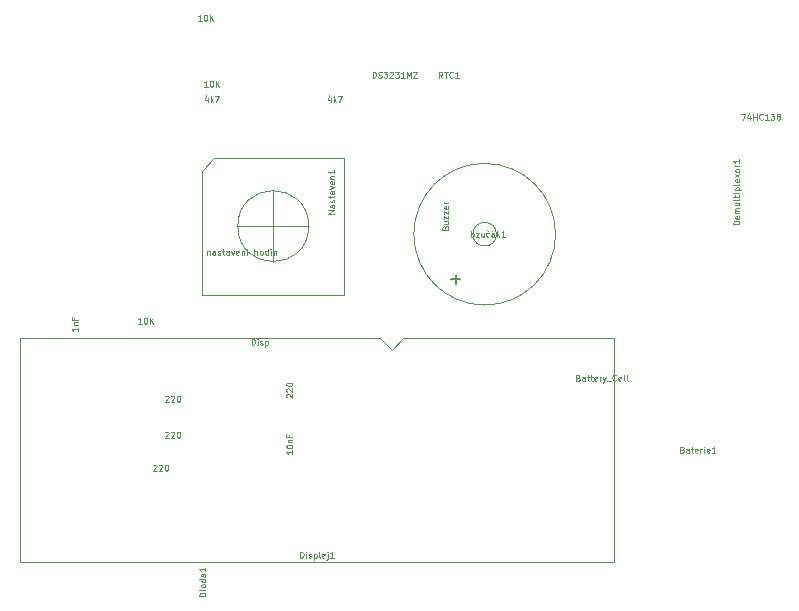
<source format=gbr>
%TF.GenerationSoftware,KiCad,Pcbnew,(5.1.8)-1*%
%TF.CreationDate,2021-03-12T13:42:17+01:00*%
%TF.ProjectId,AP,41502e6b-6963-4616-945f-706362585858,rev?*%
%TF.SameCoordinates,Original*%
%TF.FileFunction,Other,Fab,Top*%
%FSLAX46Y46*%
G04 Gerber Fmt 4.6, Leading zero omitted, Abs format (unit mm)*
G04 Created by KiCad (PCBNEW (5.1.8)-1) date 2021-03-12 13:42:17*
%MOMM*%
%LPD*%
G01*
G04 APERTURE LIST*
%ADD10C,0.120000*%
%ADD11C,0.100000*%
%ADD12C,0.063500*%
%ADD13C,0.150000*%
G04 APERTURE END LIST*
D10*
%TO.C,Nastaven1*%
X159090000Y-89495000D02*
G75*
G03*
X159090000Y-89495000I-3000000J0D01*
G01*
X151090000Y-83695000D02*
X162090000Y-83695000D01*
X162090000Y-83695000D02*
X162090000Y-95295000D01*
X162090000Y-95295000D02*
X150090000Y-95295000D01*
X150090000Y-95295000D02*
X150090000Y-84795000D01*
X150090000Y-84795000D02*
X151090000Y-83695000D01*
X156090000Y-86495000D02*
X156090000Y-92495000D01*
X153090000Y-89495000D02*
X159090000Y-89495000D01*
D11*
%TO.C,Displej1*%
X165116000Y-98958000D02*
X134616000Y-98958000D01*
X134616000Y-98958000D02*
X134616000Y-117958000D01*
X184916000Y-117958000D02*
X134616000Y-117958000D01*
X184916000Y-98958000D02*
X184916000Y-117958000D01*
X167116000Y-98958000D02*
X184916000Y-98958000D01*
X166116000Y-99958000D02*
X167116000Y-98958000D01*
X165116000Y-98958000D02*
X166116000Y-99958000D01*
%TO.C,bzu\u010D\u00E1k1*%
X174990000Y-90180000D02*
G75*
G03*
X174990000Y-90180000I-1000000J0D01*
G01*
X179990000Y-90180000D02*
G75*
G03*
X179990000Y-90180000I-6000000J0D01*
G01*
%TD*%
%TO.C,RTC1*%
D12*
X164495238Y-76937809D02*
X164495238Y-76429809D01*
X164616190Y-76429809D01*
X164688761Y-76454000D01*
X164737142Y-76502380D01*
X164761333Y-76550761D01*
X164785523Y-76647523D01*
X164785523Y-76720095D01*
X164761333Y-76816857D01*
X164737142Y-76865238D01*
X164688761Y-76913619D01*
X164616190Y-76937809D01*
X164495238Y-76937809D01*
X164979047Y-76913619D02*
X165051619Y-76937809D01*
X165172571Y-76937809D01*
X165220952Y-76913619D01*
X165245142Y-76889428D01*
X165269333Y-76841047D01*
X165269333Y-76792666D01*
X165245142Y-76744285D01*
X165220952Y-76720095D01*
X165172571Y-76695904D01*
X165075809Y-76671714D01*
X165027428Y-76647523D01*
X165003238Y-76623333D01*
X164979047Y-76574952D01*
X164979047Y-76526571D01*
X165003238Y-76478190D01*
X165027428Y-76454000D01*
X165075809Y-76429809D01*
X165196761Y-76429809D01*
X165269333Y-76454000D01*
X165438666Y-76429809D02*
X165753142Y-76429809D01*
X165583809Y-76623333D01*
X165656380Y-76623333D01*
X165704761Y-76647523D01*
X165728952Y-76671714D01*
X165753142Y-76720095D01*
X165753142Y-76841047D01*
X165728952Y-76889428D01*
X165704761Y-76913619D01*
X165656380Y-76937809D01*
X165511238Y-76937809D01*
X165462857Y-76913619D01*
X165438666Y-76889428D01*
X165946666Y-76478190D02*
X165970857Y-76454000D01*
X166019238Y-76429809D01*
X166140190Y-76429809D01*
X166188571Y-76454000D01*
X166212761Y-76478190D01*
X166236952Y-76526571D01*
X166236952Y-76574952D01*
X166212761Y-76647523D01*
X165922476Y-76937809D01*
X166236952Y-76937809D01*
X166406285Y-76429809D02*
X166720761Y-76429809D01*
X166551428Y-76623333D01*
X166624000Y-76623333D01*
X166672380Y-76647523D01*
X166696571Y-76671714D01*
X166720761Y-76720095D01*
X166720761Y-76841047D01*
X166696571Y-76889428D01*
X166672380Y-76913619D01*
X166624000Y-76937809D01*
X166478857Y-76937809D01*
X166430476Y-76913619D01*
X166406285Y-76889428D01*
X167204571Y-76937809D02*
X166914285Y-76937809D01*
X167059428Y-76937809D02*
X167059428Y-76429809D01*
X167011047Y-76502380D01*
X166962666Y-76550761D01*
X166914285Y-76574952D01*
X167422285Y-76937809D02*
X167422285Y-76429809D01*
X167591619Y-76792666D01*
X167760952Y-76429809D01*
X167760952Y-76937809D01*
X167954476Y-76429809D02*
X168293142Y-76429809D01*
X167954476Y-76937809D01*
X168293142Y-76937809D01*
X170409809Y-76937809D02*
X170240476Y-76695904D01*
X170119523Y-76937809D02*
X170119523Y-76429809D01*
X170313047Y-76429809D01*
X170361428Y-76454000D01*
X170385619Y-76478190D01*
X170409809Y-76526571D01*
X170409809Y-76599142D01*
X170385619Y-76647523D01*
X170361428Y-76671714D01*
X170313047Y-76695904D01*
X170119523Y-76695904D01*
X170554952Y-76429809D02*
X170845238Y-76429809D01*
X170700095Y-76937809D02*
X170700095Y-76429809D01*
X171304857Y-76889428D02*
X171280666Y-76913619D01*
X171208095Y-76937809D01*
X171159714Y-76937809D01*
X171087142Y-76913619D01*
X171038761Y-76865238D01*
X171014571Y-76816857D01*
X170990380Y-76720095D01*
X170990380Y-76647523D01*
X171014571Y-76550761D01*
X171038761Y-76502380D01*
X171087142Y-76454000D01*
X171159714Y-76429809D01*
X171208095Y-76429809D01*
X171280666Y-76454000D01*
X171304857Y-76478190D01*
X171788666Y-76937809D02*
X171498380Y-76937809D01*
X171643523Y-76937809D02*
X171643523Y-76429809D01*
X171595142Y-76502380D01*
X171546761Y-76550761D01*
X171498380Y-76574952D01*
%TO.C,RI2c2*%
X160939238Y-78631142D02*
X160939238Y-78969809D01*
X160818285Y-78437619D02*
X160697333Y-78800476D01*
X161011809Y-78800476D01*
X161205333Y-78969809D02*
X161205333Y-78461809D01*
X161253714Y-78776285D02*
X161398857Y-78969809D01*
X161398857Y-78631142D02*
X161205333Y-78824666D01*
X161568190Y-78461809D02*
X161906857Y-78461809D01*
X161689142Y-78969809D01*
%TO.C,RI2c1*%
X150525238Y-78631142D02*
X150525238Y-78969809D01*
X150404285Y-78437619D02*
X150283333Y-78800476D01*
X150597809Y-78800476D01*
X150791333Y-78969809D02*
X150791333Y-78461809D01*
X150839714Y-78776285D02*
X150984857Y-78969809D01*
X150984857Y-78631142D02*
X150791333Y-78824666D01*
X151154190Y-78461809D02*
X151492857Y-78461809D01*
X151275142Y-78969809D01*
%TO.C,Rec3*%
X150017238Y-72111809D02*
X149726952Y-72111809D01*
X149872095Y-72111809D02*
X149872095Y-71603809D01*
X149823714Y-71676380D01*
X149775333Y-71724761D01*
X149726952Y-71748952D01*
X150331714Y-71603809D02*
X150380095Y-71603809D01*
X150428476Y-71628000D01*
X150452666Y-71652190D01*
X150476857Y-71700571D01*
X150501047Y-71797333D01*
X150501047Y-71918285D01*
X150476857Y-72015047D01*
X150452666Y-72063428D01*
X150428476Y-72087619D01*
X150380095Y-72111809D01*
X150331714Y-72111809D01*
X150283333Y-72087619D01*
X150259142Y-72063428D01*
X150234952Y-72015047D01*
X150210761Y-71918285D01*
X150210761Y-71797333D01*
X150234952Y-71700571D01*
X150259142Y-71652190D01*
X150283333Y-71628000D01*
X150331714Y-71603809D01*
X150718761Y-72111809D02*
X150718761Y-71603809D01*
X151009047Y-72111809D02*
X150791333Y-71821523D01*
X151009047Y-71603809D02*
X150718761Y-71894095D01*
%TO.C,Rec2*%
X144937238Y-97765809D02*
X144646952Y-97765809D01*
X144792095Y-97765809D02*
X144792095Y-97257809D01*
X144743714Y-97330380D01*
X144695333Y-97378761D01*
X144646952Y-97402952D01*
X145251714Y-97257809D02*
X145300095Y-97257809D01*
X145348476Y-97282000D01*
X145372666Y-97306190D01*
X145396857Y-97354571D01*
X145421047Y-97451333D01*
X145421047Y-97572285D01*
X145396857Y-97669047D01*
X145372666Y-97717428D01*
X145348476Y-97741619D01*
X145300095Y-97765809D01*
X145251714Y-97765809D01*
X145203333Y-97741619D01*
X145179142Y-97717428D01*
X145154952Y-97669047D01*
X145130761Y-97572285D01*
X145130761Y-97451333D01*
X145154952Y-97354571D01*
X145179142Y-97306190D01*
X145203333Y-97282000D01*
X145251714Y-97257809D01*
X145638761Y-97765809D02*
X145638761Y-97257809D01*
X145929047Y-97765809D02*
X145711333Y-97475523D01*
X145929047Y-97257809D02*
X145638761Y-97548095D01*
%TO.C,Rec1*%
X150525238Y-77699809D02*
X150234952Y-77699809D01*
X150380095Y-77699809D02*
X150380095Y-77191809D01*
X150331714Y-77264380D01*
X150283333Y-77312761D01*
X150234952Y-77336952D01*
X150839714Y-77191809D02*
X150888095Y-77191809D01*
X150936476Y-77216000D01*
X150960666Y-77240190D01*
X150984857Y-77288571D01*
X151009047Y-77385333D01*
X151009047Y-77506285D01*
X150984857Y-77603047D01*
X150960666Y-77651428D01*
X150936476Y-77675619D01*
X150888095Y-77699809D01*
X150839714Y-77699809D01*
X150791333Y-77675619D01*
X150767142Y-77651428D01*
X150742952Y-77603047D01*
X150718761Y-77506285D01*
X150718761Y-77385333D01*
X150742952Y-77288571D01*
X150767142Y-77240190D01*
X150791333Y-77216000D01*
X150839714Y-77191809D01*
X151226761Y-77699809D02*
X151226761Y-77191809D01*
X151517047Y-77699809D02*
X151299333Y-77409523D01*
X151517047Y-77191809D02*
X151226761Y-77482095D01*
%TO.C,R4*%
X146945047Y-103910190D02*
X146969238Y-103886000D01*
X147017619Y-103861809D01*
X147138571Y-103861809D01*
X147186952Y-103886000D01*
X147211142Y-103910190D01*
X147235333Y-103958571D01*
X147235333Y-104006952D01*
X147211142Y-104079523D01*
X146920857Y-104369809D01*
X147235333Y-104369809D01*
X147428857Y-103910190D02*
X147453047Y-103886000D01*
X147501428Y-103861809D01*
X147622380Y-103861809D01*
X147670761Y-103886000D01*
X147694952Y-103910190D01*
X147719142Y-103958571D01*
X147719142Y-104006952D01*
X147694952Y-104079523D01*
X147404666Y-104369809D01*
X147719142Y-104369809D01*
X148033619Y-103861809D02*
X148082000Y-103861809D01*
X148130380Y-103886000D01*
X148154571Y-103910190D01*
X148178761Y-103958571D01*
X148202952Y-104055333D01*
X148202952Y-104176285D01*
X148178761Y-104273047D01*
X148154571Y-104321428D01*
X148130380Y-104345619D01*
X148082000Y-104369809D01*
X148033619Y-104369809D01*
X147985238Y-104345619D01*
X147961047Y-104321428D01*
X147936857Y-104273047D01*
X147912666Y-104176285D01*
X147912666Y-104055333D01*
X147936857Y-103958571D01*
X147961047Y-103910190D01*
X147985238Y-103886000D01*
X148033619Y-103861809D01*
%TO.C,R3*%
X146945047Y-106958190D02*
X146969238Y-106934000D01*
X147017619Y-106909809D01*
X147138571Y-106909809D01*
X147186952Y-106934000D01*
X147211142Y-106958190D01*
X147235333Y-107006571D01*
X147235333Y-107054952D01*
X147211142Y-107127523D01*
X146920857Y-107417809D01*
X147235333Y-107417809D01*
X147428857Y-106958190D02*
X147453047Y-106934000D01*
X147501428Y-106909809D01*
X147622380Y-106909809D01*
X147670761Y-106934000D01*
X147694952Y-106958190D01*
X147719142Y-107006571D01*
X147719142Y-107054952D01*
X147694952Y-107127523D01*
X147404666Y-107417809D01*
X147719142Y-107417809D01*
X148033619Y-106909809D02*
X148082000Y-106909809D01*
X148130380Y-106934000D01*
X148154571Y-106958190D01*
X148178761Y-107006571D01*
X148202952Y-107103333D01*
X148202952Y-107224285D01*
X148178761Y-107321047D01*
X148154571Y-107369428D01*
X148130380Y-107393619D01*
X148082000Y-107417809D01*
X148033619Y-107417809D01*
X147985238Y-107393619D01*
X147961047Y-107369428D01*
X147936857Y-107321047D01*
X147912666Y-107224285D01*
X147912666Y-107103333D01*
X147936857Y-107006571D01*
X147961047Y-106958190D01*
X147985238Y-106934000D01*
X148033619Y-106909809D01*
%TO.C,R2*%
X145929047Y-109752190D02*
X145953238Y-109728000D01*
X146001619Y-109703809D01*
X146122571Y-109703809D01*
X146170952Y-109728000D01*
X146195142Y-109752190D01*
X146219333Y-109800571D01*
X146219333Y-109848952D01*
X146195142Y-109921523D01*
X145904857Y-110211809D01*
X146219333Y-110211809D01*
X146412857Y-109752190D02*
X146437047Y-109728000D01*
X146485428Y-109703809D01*
X146606380Y-109703809D01*
X146654761Y-109728000D01*
X146678952Y-109752190D01*
X146703142Y-109800571D01*
X146703142Y-109848952D01*
X146678952Y-109921523D01*
X146388666Y-110211809D01*
X146703142Y-110211809D01*
X147017619Y-109703809D02*
X147066000Y-109703809D01*
X147114380Y-109728000D01*
X147138571Y-109752190D01*
X147162761Y-109800571D01*
X147186952Y-109897333D01*
X147186952Y-110018285D01*
X147162761Y-110115047D01*
X147138571Y-110163428D01*
X147114380Y-110187619D01*
X147066000Y-110211809D01*
X147017619Y-110211809D01*
X146969238Y-110187619D01*
X146945047Y-110163428D01*
X146920857Y-110115047D01*
X146896666Y-110018285D01*
X146896666Y-109897333D01*
X146920857Y-109800571D01*
X146945047Y-109752190D01*
X146969238Y-109728000D01*
X147017619Y-109703809D01*
%TO.C,R1*%
X157250190Y-104006952D02*
X157226000Y-103982761D01*
X157201809Y-103934380D01*
X157201809Y-103813428D01*
X157226000Y-103765047D01*
X157250190Y-103740857D01*
X157298571Y-103716666D01*
X157346952Y-103716666D01*
X157419523Y-103740857D01*
X157709809Y-104031142D01*
X157709809Y-103716666D01*
X157250190Y-103523142D02*
X157226000Y-103498952D01*
X157201809Y-103450571D01*
X157201809Y-103329619D01*
X157226000Y-103281238D01*
X157250190Y-103257047D01*
X157298571Y-103232857D01*
X157346952Y-103232857D01*
X157419523Y-103257047D01*
X157709809Y-103547333D01*
X157709809Y-103232857D01*
X157201809Y-102918380D02*
X157201809Y-102870000D01*
X157226000Y-102821619D01*
X157250190Y-102797428D01*
X157298571Y-102773238D01*
X157395333Y-102749047D01*
X157516285Y-102749047D01*
X157613047Y-102773238D01*
X157661428Y-102797428D01*
X157685619Y-102821619D01*
X157709809Y-102870000D01*
X157709809Y-102918380D01*
X157685619Y-102966761D01*
X157661428Y-102990952D01*
X157613047Y-103015142D01*
X157516285Y-103039333D01*
X157395333Y-103039333D01*
X157298571Y-103015142D01*
X157250190Y-102990952D01*
X157226000Y-102966761D01*
X157201809Y-102918380D01*
%TO.C,Nastaven1*%
X150501047Y-91585142D02*
X150501047Y-91923809D01*
X150501047Y-91633523D02*
X150525238Y-91609333D01*
X150573619Y-91585142D01*
X150646190Y-91585142D01*
X150694571Y-91609333D01*
X150718761Y-91657714D01*
X150718761Y-91923809D01*
X151178380Y-91923809D02*
X151178380Y-91657714D01*
X151154190Y-91609333D01*
X151105809Y-91585142D01*
X151009047Y-91585142D01*
X150960666Y-91609333D01*
X151178380Y-91899619D02*
X151130000Y-91923809D01*
X151009047Y-91923809D01*
X150960666Y-91899619D01*
X150936476Y-91851238D01*
X150936476Y-91802857D01*
X150960666Y-91754476D01*
X151009047Y-91730285D01*
X151130000Y-91730285D01*
X151178380Y-91706095D01*
X151396095Y-91899619D02*
X151444476Y-91923809D01*
X151541238Y-91923809D01*
X151589619Y-91899619D01*
X151613809Y-91851238D01*
X151613809Y-91827047D01*
X151589619Y-91778666D01*
X151541238Y-91754476D01*
X151468666Y-91754476D01*
X151420285Y-91730285D01*
X151396095Y-91681904D01*
X151396095Y-91657714D01*
X151420285Y-91609333D01*
X151468666Y-91585142D01*
X151541238Y-91585142D01*
X151589619Y-91609333D01*
X151758952Y-91585142D02*
X151952476Y-91585142D01*
X151831523Y-91415809D02*
X151831523Y-91851238D01*
X151855714Y-91899619D01*
X151904095Y-91923809D01*
X151952476Y-91923809D01*
X152339523Y-91923809D02*
X152339523Y-91657714D01*
X152315333Y-91609333D01*
X152266952Y-91585142D01*
X152170190Y-91585142D01*
X152121809Y-91609333D01*
X152339523Y-91899619D02*
X152291142Y-91923809D01*
X152170190Y-91923809D01*
X152121809Y-91899619D01*
X152097619Y-91851238D01*
X152097619Y-91802857D01*
X152121809Y-91754476D01*
X152170190Y-91730285D01*
X152291142Y-91730285D01*
X152339523Y-91706095D01*
X152533047Y-91585142D02*
X152654000Y-91923809D01*
X152774952Y-91585142D01*
X153162000Y-91899619D02*
X153113619Y-91923809D01*
X153016857Y-91923809D01*
X152968476Y-91899619D01*
X152944285Y-91851238D01*
X152944285Y-91657714D01*
X152968476Y-91609333D01*
X153016857Y-91585142D01*
X153113619Y-91585142D01*
X153162000Y-91609333D01*
X153186190Y-91657714D01*
X153186190Y-91706095D01*
X152944285Y-91754476D01*
X153403904Y-91585142D02*
X153403904Y-91923809D01*
X153403904Y-91633523D02*
X153428095Y-91609333D01*
X153476476Y-91585142D01*
X153549047Y-91585142D01*
X153597428Y-91609333D01*
X153621619Y-91657714D01*
X153621619Y-91923809D01*
X153863523Y-91923809D02*
X153863523Y-91585142D01*
X153911904Y-91391619D02*
X153839333Y-91464190D01*
X154492476Y-91923809D02*
X154492476Y-91415809D01*
X154710190Y-91923809D02*
X154710190Y-91657714D01*
X154686000Y-91609333D01*
X154637619Y-91585142D01*
X154565047Y-91585142D01*
X154516666Y-91609333D01*
X154492476Y-91633523D01*
X155024666Y-91923809D02*
X154976285Y-91899619D01*
X154952095Y-91875428D01*
X154927904Y-91827047D01*
X154927904Y-91681904D01*
X154952095Y-91633523D01*
X154976285Y-91609333D01*
X155024666Y-91585142D01*
X155097238Y-91585142D01*
X155145619Y-91609333D01*
X155169809Y-91633523D01*
X155194000Y-91681904D01*
X155194000Y-91827047D01*
X155169809Y-91875428D01*
X155145619Y-91899619D01*
X155097238Y-91923809D01*
X155024666Y-91923809D01*
X155629428Y-91923809D02*
X155629428Y-91415809D01*
X155629428Y-91899619D02*
X155581047Y-91923809D01*
X155484285Y-91923809D01*
X155435904Y-91899619D01*
X155411714Y-91875428D01*
X155387523Y-91827047D01*
X155387523Y-91681904D01*
X155411714Y-91633523D01*
X155435904Y-91609333D01*
X155484285Y-91585142D01*
X155581047Y-91585142D01*
X155629428Y-91609333D01*
X155871333Y-91923809D02*
X155871333Y-91585142D01*
X155871333Y-91415809D02*
X155847142Y-91440000D01*
X155871333Y-91464190D01*
X155895523Y-91440000D01*
X155871333Y-91415809D01*
X155871333Y-91464190D01*
X156113238Y-91585142D02*
X156113238Y-91923809D01*
X156113238Y-91633523D02*
X156137428Y-91609333D01*
X156185809Y-91585142D01*
X156258380Y-91585142D01*
X156306761Y-91609333D01*
X156330952Y-91657714D01*
X156330952Y-91923809D01*
X161265809Y-88452476D02*
X160757809Y-88452476D01*
X161265809Y-88162190D01*
X160757809Y-88162190D01*
X161265809Y-87702571D02*
X160999714Y-87702571D01*
X160951333Y-87726761D01*
X160927142Y-87775142D01*
X160927142Y-87871904D01*
X160951333Y-87920285D01*
X161241619Y-87702571D02*
X161265809Y-87750952D01*
X161265809Y-87871904D01*
X161241619Y-87920285D01*
X161193238Y-87944476D01*
X161144857Y-87944476D01*
X161096476Y-87920285D01*
X161072285Y-87871904D01*
X161072285Y-87750952D01*
X161048095Y-87702571D01*
X161241619Y-87484857D02*
X161265809Y-87436476D01*
X161265809Y-87339714D01*
X161241619Y-87291333D01*
X161193238Y-87267142D01*
X161169047Y-87267142D01*
X161120666Y-87291333D01*
X161096476Y-87339714D01*
X161096476Y-87412285D01*
X161072285Y-87460666D01*
X161023904Y-87484857D01*
X160999714Y-87484857D01*
X160951333Y-87460666D01*
X160927142Y-87412285D01*
X160927142Y-87339714D01*
X160951333Y-87291333D01*
X160927142Y-87122000D02*
X160927142Y-86928476D01*
X160757809Y-87049428D02*
X161193238Y-87049428D01*
X161241619Y-87025238D01*
X161265809Y-86976857D01*
X161265809Y-86928476D01*
X161265809Y-86541428D02*
X160999714Y-86541428D01*
X160951333Y-86565619D01*
X160927142Y-86614000D01*
X160927142Y-86710761D01*
X160951333Y-86759142D01*
X161241619Y-86541428D02*
X161265809Y-86589809D01*
X161265809Y-86710761D01*
X161241619Y-86759142D01*
X161193238Y-86783333D01*
X161144857Y-86783333D01*
X161096476Y-86759142D01*
X161072285Y-86710761D01*
X161072285Y-86589809D01*
X161048095Y-86541428D01*
X160927142Y-86347904D02*
X161265809Y-86226952D01*
X160927142Y-86106000D01*
X161241619Y-85718952D02*
X161265809Y-85767333D01*
X161265809Y-85864095D01*
X161241619Y-85912476D01*
X161193238Y-85936666D01*
X160999714Y-85936666D01*
X160951333Y-85912476D01*
X160927142Y-85864095D01*
X160927142Y-85767333D01*
X160951333Y-85718952D01*
X160999714Y-85694761D01*
X161048095Y-85694761D01*
X161096476Y-85936666D01*
X160927142Y-85477047D02*
X161265809Y-85477047D01*
X160975523Y-85477047D02*
X160951333Y-85452857D01*
X160927142Y-85404476D01*
X160927142Y-85331904D01*
X160951333Y-85283523D01*
X160999714Y-85259333D01*
X161265809Y-85259333D01*
X161265809Y-84751333D02*
X161265809Y-85041619D01*
X161265809Y-84896476D02*
X160757809Y-84896476D01*
X160830380Y-84944857D01*
X160878761Y-84993238D01*
X160902952Y-85041619D01*
%TO.C,Displej1*%
X154250571Y-99543809D02*
X154250571Y-99035809D01*
X154371523Y-99035809D01*
X154444095Y-99060000D01*
X154492476Y-99108380D01*
X154516666Y-99156761D01*
X154540857Y-99253523D01*
X154540857Y-99326095D01*
X154516666Y-99422857D01*
X154492476Y-99471238D01*
X154444095Y-99519619D01*
X154371523Y-99543809D01*
X154250571Y-99543809D01*
X154758571Y-99543809D02*
X154758571Y-99205142D01*
X154758571Y-99035809D02*
X154734380Y-99060000D01*
X154758571Y-99084190D01*
X154782761Y-99060000D01*
X154758571Y-99035809D01*
X154758571Y-99084190D01*
X154976285Y-99519619D02*
X155024666Y-99543809D01*
X155121428Y-99543809D01*
X155169809Y-99519619D01*
X155194000Y-99471238D01*
X155194000Y-99447047D01*
X155169809Y-99398666D01*
X155121428Y-99374476D01*
X155048857Y-99374476D01*
X155000476Y-99350285D01*
X154976285Y-99301904D01*
X154976285Y-99277714D01*
X155000476Y-99229333D01*
X155048857Y-99205142D01*
X155121428Y-99205142D01*
X155169809Y-99229333D01*
X155411714Y-99205142D02*
X155411714Y-99713142D01*
X155411714Y-99229333D02*
X155460095Y-99205142D01*
X155556857Y-99205142D01*
X155605238Y-99229333D01*
X155629428Y-99253523D01*
X155653619Y-99301904D01*
X155653619Y-99447047D01*
X155629428Y-99495428D01*
X155605238Y-99519619D01*
X155556857Y-99543809D01*
X155460095Y-99543809D01*
X155411714Y-99519619D01*
X158362952Y-117577809D02*
X158362952Y-117069809D01*
X158483904Y-117069809D01*
X158556476Y-117094000D01*
X158604857Y-117142380D01*
X158629047Y-117190761D01*
X158653238Y-117287523D01*
X158653238Y-117360095D01*
X158629047Y-117456857D01*
X158604857Y-117505238D01*
X158556476Y-117553619D01*
X158483904Y-117577809D01*
X158362952Y-117577809D01*
X158870952Y-117577809D02*
X158870952Y-117239142D01*
X158870952Y-117069809D02*
X158846761Y-117094000D01*
X158870952Y-117118190D01*
X158895142Y-117094000D01*
X158870952Y-117069809D01*
X158870952Y-117118190D01*
X159088666Y-117553619D02*
X159137047Y-117577809D01*
X159233809Y-117577809D01*
X159282190Y-117553619D01*
X159306380Y-117505238D01*
X159306380Y-117481047D01*
X159282190Y-117432666D01*
X159233809Y-117408476D01*
X159161238Y-117408476D01*
X159112857Y-117384285D01*
X159088666Y-117335904D01*
X159088666Y-117311714D01*
X159112857Y-117263333D01*
X159161238Y-117239142D01*
X159233809Y-117239142D01*
X159282190Y-117263333D01*
X159524095Y-117239142D02*
X159524095Y-117747142D01*
X159524095Y-117263333D02*
X159572476Y-117239142D01*
X159669238Y-117239142D01*
X159717619Y-117263333D01*
X159741809Y-117287523D01*
X159766000Y-117335904D01*
X159766000Y-117481047D01*
X159741809Y-117529428D01*
X159717619Y-117553619D01*
X159669238Y-117577809D01*
X159572476Y-117577809D01*
X159524095Y-117553619D01*
X160056285Y-117577809D02*
X160007904Y-117553619D01*
X159983714Y-117505238D01*
X159983714Y-117069809D01*
X160443333Y-117553619D02*
X160394952Y-117577809D01*
X160298190Y-117577809D01*
X160249809Y-117553619D01*
X160225619Y-117505238D01*
X160225619Y-117311714D01*
X160249809Y-117263333D01*
X160298190Y-117239142D01*
X160394952Y-117239142D01*
X160443333Y-117263333D01*
X160467523Y-117311714D01*
X160467523Y-117360095D01*
X160225619Y-117408476D01*
X160685238Y-117239142D02*
X160685238Y-117674571D01*
X160661047Y-117722952D01*
X160612666Y-117747142D01*
X160588476Y-117747142D01*
X160685238Y-117069809D02*
X160661047Y-117094000D01*
X160685238Y-117118190D01*
X160709428Y-117094000D01*
X160685238Y-117069809D01*
X160685238Y-117118190D01*
X161193238Y-117577809D02*
X160902952Y-117577809D01*
X161048095Y-117577809D02*
X161048095Y-117069809D01*
X160999714Y-117142380D01*
X160951333Y-117190761D01*
X160902952Y-117214952D01*
%TO.C,Dioda1*%
X150343809Y-120819333D02*
X149835809Y-120819333D01*
X149835809Y-120698380D01*
X149860000Y-120625809D01*
X149908380Y-120577428D01*
X149956761Y-120553238D01*
X150053523Y-120529047D01*
X150126095Y-120529047D01*
X150222857Y-120553238D01*
X150271238Y-120577428D01*
X150319619Y-120625809D01*
X150343809Y-120698380D01*
X150343809Y-120819333D01*
X150343809Y-120311333D02*
X150005142Y-120311333D01*
X149835809Y-120311333D02*
X149860000Y-120335523D01*
X149884190Y-120311333D01*
X149860000Y-120287142D01*
X149835809Y-120311333D01*
X149884190Y-120311333D01*
X150343809Y-119996857D02*
X150319619Y-120045238D01*
X150295428Y-120069428D01*
X150247047Y-120093619D01*
X150101904Y-120093619D01*
X150053523Y-120069428D01*
X150029333Y-120045238D01*
X150005142Y-119996857D01*
X150005142Y-119924285D01*
X150029333Y-119875904D01*
X150053523Y-119851714D01*
X150101904Y-119827523D01*
X150247047Y-119827523D01*
X150295428Y-119851714D01*
X150319619Y-119875904D01*
X150343809Y-119924285D01*
X150343809Y-119996857D01*
X150343809Y-119392095D02*
X149835809Y-119392095D01*
X150319619Y-119392095D02*
X150343809Y-119440476D01*
X150343809Y-119537238D01*
X150319619Y-119585619D01*
X150295428Y-119609809D01*
X150247047Y-119634000D01*
X150101904Y-119634000D01*
X150053523Y-119609809D01*
X150029333Y-119585619D01*
X150005142Y-119537238D01*
X150005142Y-119440476D01*
X150029333Y-119392095D01*
X150343809Y-118932476D02*
X150077714Y-118932476D01*
X150029333Y-118956666D01*
X150005142Y-119005047D01*
X150005142Y-119101809D01*
X150029333Y-119150190D01*
X150319619Y-118932476D02*
X150343809Y-118980857D01*
X150343809Y-119101809D01*
X150319619Y-119150190D01*
X150271238Y-119174380D01*
X150222857Y-119174380D01*
X150174476Y-119150190D01*
X150150285Y-119101809D01*
X150150285Y-118980857D01*
X150126095Y-118932476D01*
X150343809Y-118424476D02*
X150343809Y-118714761D01*
X150343809Y-118569619D02*
X149835809Y-118569619D01*
X149908380Y-118618000D01*
X149956761Y-118666380D01*
X149980952Y-118714761D01*
%TO.C,Demultiplexor1*%
X195700952Y-79985809D02*
X196039619Y-79985809D01*
X195821904Y-80493809D01*
X196450857Y-80155142D02*
X196450857Y-80493809D01*
X196329904Y-79961619D02*
X196208952Y-80324476D01*
X196523428Y-80324476D01*
X196716952Y-80493809D02*
X196716952Y-79985809D01*
X196716952Y-80227714D02*
X197007238Y-80227714D01*
X197007238Y-80493809D02*
X197007238Y-79985809D01*
X197539428Y-80445428D02*
X197515238Y-80469619D01*
X197442666Y-80493809D01*
X197394285Y-80493809D01*
X197321714Y-80469619D01*
X197273333Y-80421238D01*
X197249142Y-80372857D01*
X197224952Y-80276095D01*
X197224952Y-80203523D01*
X197249142Y-80106761D01*
X197273333Y-80058380D01*
X197321714Y-80010000D01*
X197394285Y-79985809D01*
X197442666Y-79985809D01*
X197515238Y-80010000D01*
X197539428Y-80034190D01*
X198023238Y-80493809D02*
X197732952Y-80493809D01*
X197878095Y-80493809D02*
X197878095Y-79985809D01*
X197829714Y-80058380D01*
X197781333Y-80106761D01*
X197732952Y-80130952D01*
X198192571Y-79985809D02*
X198507047Y-79985809D01*
X198337714Y-80179333D01*
X198410285Y-80179333D01*
X198458666Y-80203523D01*
X198482857Y-80227714D01*
X198507047Y-80276095D01*
X198507047Y-80397047D01*
X198482857Y-80445428D01*
X198458666Y-80469619D01*
X198410285Y-80493809D01*
X198265142Y-80493809D01*
X198216761Y-80469619D01*
X198192571Y-80445428D01*
X198797333Y-80203523D02*
X198748952Y-80179333D01*
X198724761Y-80155142D01*
X198700571Y-80106761D01*
X198700571Y-80082571D01*
X198724761Y-80034190D01*
X198748952Y-80010000D01*
X198797333Y-79985809D01*
X198894095Y-79985809D01*
X198942476Y-80010000D01*
X198966666Y-80034190D01*
X198990857Y-80082571D01*
X198990857Y-80106761D01*
X198966666Y-80155142D01*
X198942476Y-80179333D01*
X198894095Y-80203523D01*
X198797333Y-80203523D01*
X198748952Y-80227714D01*
X198724761Y-80251904D01*
X198700571Y-80300285D01*
X198700571Y-80397047D01*
X198724761Y-80445428D01*
X198748952Y-80469619D01*
X198797333Y-80493809D01*
X198894095Y-80493809D01*
X198942476Y-80469619D01*
X198966666Y-80445428D01*
X198990857Y-80397047D01*
X198990857Y-80300285D01*
X198966666Y-80251904D01*
X198942476Y-80227714D01*
X198894095Y-80203523D01*
X195555809Y-89347523D02*
X195047809Y-89347523D01*
X195047809Y-89226571D01*
X195072000Y-89154000D01*
X195120380Y-89105619D01*
X195168761Y-89081428D01*
X195265523Y-89057238D01*
X195338095Y-89057238D01*
X195434857Y-89081428D01*
X195483238Y-89105619D01*
X195531619Y-89154000D01*
X195555809Y-89226571D01*
X195555809Y-89347523D01*
X195531619Y-88646000D02*
X195555809Y-88694380D01*
X195555809Y-88791142D01*
X195531619Y-88839523D01*
X195483238Y-88863714D01*
X195289714Y-88863714D01*
X195241333Y-88839523D01*
X195217142Y-88791142D01*
X195217142Y-88694380D01*
X195241333Y-88646000D01*
X195289714Y-88621809D01*
X195338095Y-88621809D01*
X195386476Y-88863714D01*
X195555809Y-88404095D02*
X195217142Y-88404095D01*
X195265523Y-88404095D02*
X195241333Y-88379904D01*
X195217142Y-88331523D01*
X195217142Y-88258952D01*
X195241333Y-88210571D01*
X195289714Y-88186380D01*
X195555809Y-88186380D01*
X195289714Y-88186380D02*
X195241333Y-88162190D01*
X195217142Y-88113809D01*
X195217142Y-88041238D01*
X195241333Y-87992857D01*
X195289714Y-87968666D01*
X195555809Y-87968666D01*
X195217142Y-87509047D02*
X195555809Y-87509047D01*
X195217142Y-87726761D02*
X195483238Y-87726761D01*
X195531619Y-87702571D01*
X195555809Y-87654190D01*
X195555809Y-87581619D01*
X195531619Y-87533238D01*
X195507428Y-87509047D01*
X195555809Y-87194571D02*
X195531619Y-87242952D01*
X195483238Y-87267142D01*
X195047809Y-87267142D01*
X195217142Y-87073619D02*
X195217142Y-86880095D01*
X195047809Y-87001047D02*
X195483238Y-87001047D01*
X195531619Y-86976857D01*
X195555809Y-86928476D01*
X195555809Y-86880095D01*
X195555809Y-86710761D02*
X195217142Y-86710761D01*
X195047809Y-86710761D02*
X195072000Y-86734952D01*
X195096190Y-86710761D01*
X195072000Y-86686571D01*
X195047809Y-86710761D01*
X195096190Y-86710761D01*
X195217142Y-86468857D02*
X195725142Y-86468857D01*
X195241333Y-86468857D02*
X195217142Y-86420476D01*
X195217142Y-86323714D01*
X195241333Y-86275333D01*
X195265523Y-86251142D01*
X195313904Y-86226952D01*
X195459047Y-86226952D01*
X195507428Y-86251142D01*
X195531619Y-86275333D01*
X195555809Y-86323714D01*
X195555809Y-86420476D01*
X195531619Y-86468857D01*
X195555809Y-85936666D02*
X195531619Y-85985047D01*
X195483238Y-86009238D01*
X195047809Y-86009238D01*
X195531619Y-85549619D02*
X195555809Y-85598000D01*
X195555809Y-85694761D01*
X195531619Y-85743142D01*
X195483238Y-85767333D01*
X195289714Y-85767333D01*
X195241333Y-85743142D01*
X195217142Y-85694761D01*
X195217142Y-85598000D01*
X195241333Y-85549619D01*
X195289714Y-85525428D01*
X195338095Y-85525428D01*
X195386476Y-85767333D01*
X195555809Y-85356095D02*
X195217142Y-85090000D01*
X195217142Y-85356095D02*
X195555809Y-85090000D01*
X195555809Y-84823904D02*
X195531619Y-84872285D01*
X195507428Y-84896476D01*
X195459047Y-84920666D01*
X195313904Y-84920666D01*
X195265523Y-84896476D01*
X195241333Y-84872285D01*
X195217142Y-84823904D01*
X195217142Y-84751333D01*
X195241333Y-84702952D01*
X195265523Y-84678761D01*
X195313904Y-84654571D01*
X195459047Y-84654571D01*
X195507428Y-84678761D01*
X195531619Y-84702952D01*
X195555809Y-84751333D01*
X195555809Y-84823904D01*
X195555809Y-84436857D02*
X195217142Y-84436857D01*
X195313904Y-84436857D02*
X195265523Y-84412666D01*
X195241333Y-84388476D01*
X195217142Y-84340095D01*
X195217142Y-84291714D01*
X195555809Y-83856285D02*
X195555809Y-84146571D01*
X195555809Y-84001428D02*
X195047809Y-84001428D01*
X195120380Y-84049809D01*
X195168761Y-84098190D01*
X195192952Y-84146571D01*
%TO.C,C2*%
X139519809Y-98092380D02*
X139519809Y-98382666D01*
X139519809Y-98237523D02*
X139011809Y-98237523D01*
X139084380Y-98285904D01*
X139132761Y-98334285D01*
X139156952Y-98382666D01*
X139181142Y-97874666D02*
X139519809Y-97874666D01*
X139229523Y-97874666D02*
X139205333Y-97850476D01*
X139181142Y-97802095D01*
X139181142Y-97729523D01*
X139205333Y-97681142D01*
X139253714Y-97656952D01*
X139519809Y-97656952D01*
X139253714Y-97245714D02*
X139253714Y-97415047D01*
X139519809Y-97415047D02*
X139011809Y-97415047D01*
X139011809Y-97173142D01*
%TO.C,C1*%
X157709809Y-108494285D02*
X157709809Y-108784571D01*
X157709809Y-108639428D02*
X157201809Y-108639428D01*
X157274380Y-108687809D01*
X157322761Y-108736190D01*
X157346952Y-108784571D01*
X157201809Y-108179809D02*
X157201809Y-108131428D01*
X157226000Y-108083047D01*
X157250190Y-108058857D01*
X157298571Y-108034666D01*
X157395333Y-108010476D01*
X157516285Y-108010476D01*
X157613047Y-108034666D01*
X157661428Y-108058857D01*
X157685619Y-108083047D01*
X157709809Y-108131428D01*
X157709809Y-108179809D01*
X157685619Y-108228190D01*
X157661428Y-108252380D01*
X157613047Y-108276571D01*
X157516285Y-108300761D01*
X157395333Y-108300761D01*
X157298571Y-108276571D01*
X157250190Y-108252380D01*
X157226000Y-108228190D01*
X157201809Y-108179809D01*
X157371142Y-107792761D02*
X157709809Y-107792761D01*
X157419523Y-107792761D02*
X157395333Y-107768571D01*
X157371142Y-107720190D01*
X157371142Y-107647619D01*
X157395333Y-107599238D01*
X157443714Y-107575047D01*
X157709809Y-107575047D01*
X157443714Y-107163809D02*
X157443714Y-107333142D01*
X157709809Y-107333142D02*
X157201809Y-107333142D01*
X157201809Y-107091238D01*
%TO.C,bzu\u010D\u00E1k1*%
X170651714Y-89625714D02*
X170675904Y-89553142D01*
X170700095Y-89528952D01*
X170748476Y-89504761D01*
X170821047Y-89504761D01*
X170869428Y-89528952D01*
X170893619Y-89553142D01*
X170917809Y-89601523D01*
X170917809Y-89795047D01*
X170409809Y-89795047D01*
X170409809Y-89625714D01*
X170434000Y-89577333D01*
X170458190Y-89553142D01*
X170506571Y-89528952D01*
X170554952Y-89528952D01*
X170603333Y-89553142D01*
X170627523Y-89577333D01*
X170651714Y-89625714D01*
X170651714Y-89795047D01*
X170579142Y-89069333D02*
X170917809Y-89069333D01*
X170579142Y-89287047D02*
X170845238Y-89287047D01*
X170893619Y-89262857D01*
X170917809Y-89214476D01*
X170917809Y-89141904D01*
X170893619Y-89093523D01*
X170869428Y-89069333D01*
X170579142Y-88875809D02*
X170579142Y-88609714D01*
X170917809Y-88875809D01*
X170917809Y-88609714D01*
X170579142Y-88464571D02*
X170579142Y-88198476D01*
X170917809Y-88464571D01*
X170917809Y-88198476D01*
X170893619Y-87811428D02*
X170917809Y-87859809D01*
X170917809Y-87956571D01*
X170893619Y-88004952D01*
X170845238Y-88029142D01*
X170651714Y-88029142D01*
X170603333Y-88004952D01*
X170579142Y-87956571D01*
X170579142Y-87859809D01*
X170603333Y-87811428D01*
X170651714Y-87787238D01*
X170700095Y-87787238D01*
X170748476Y-88029142D01*
X170917809Y-87569523D02*
X170579142Y-87569523D01*
X170675904Y-87569523D02*
X170627523Y-87545333D01*
X170603333Y-87521142D01*
X170579142Y-87472761D01*
X170579142Y-87424380D01*
X172804666Y-90399809D02*
X172804666Y-89891809D01*
X172804666Y-90085333D02*
X172853047Y-90061142D01*
X172949809Y-90061142D01*
X172998190Y-90085333D01*
X173022380Y-90109523D01*
X173046571Y-90157904D01*
X173046571Y-90303047D01*
X173022380Y-90351428D01*
X172998190Y-90375619D01*
X172949809Y-90399809D01*
X172853047Y-90399809D01*
X172804666Y-90375619D01*
X173215904Y-90061142D02*
X173482000Y-90061142D01*
X173215904Y-90399809D01*
X173482000Y-90399809D01*
X173893238Y-90061142D02*
X173893238Y-90399809D01*
X173675523Y-90061142D02*
X173675523Y-90327238D01*
X173699714Y-90375619D01*
X173748095Y-90399809D01*
X173820666Y-90399809D01*
X173869047Y-90375619D01*
X173893238Y-90351428D01*
X174352857Y-90375619D02*
X174304476Y-90399809D01*
X174207714Y-90399809D01*
X174159333Y-90375619D01*
X174135142Y-90351428D01*
X174110952Y-90303047D01*
X174110952Y-90157904D01*
X174135142Y-90109523D01*
X174159333Y-90085333D01*
X174207714Y-90061142D01*
X174304476Y-90061142D01*
X174352857Y-90085333D01*
X174159333Y-89867619D02*
X174256095Y-89940190D01*
X174352857Y-89867619D01*
X174788285Y-90399809D02*
X174788285Y-90133714D01*
X174764095Y-90085333D01*
X174715714Y-90061142D01*
X174618952Y-90061142D01*
X174570571Y-90085333D01*
X174788285Y-90375619D02*
X174739904Y-90399809D01*
X174618952Y-90399809D01*
X174570571Y-90375619D01*
X174546380Y-90327238D01*
X174546380Y-90278857D01*
X174570571Y-90230476D01*
X174618952Y-90206285D01*
X174739904Y-90206285D01*
X174788285Y-90182095D01*
X174715714Y-89867619D02*
X174643142Y-89940190D01*
X175030190Y-90399809D02*
X175030190Y-89891809D01*
X175078571Y-90206285D02*
X175223714Y-90399809D01*
X175223714Y-90061142D02*
X175030190Y-90254666D01*
X175707523Y-90399809D02*
X175417238Y-90399809D01*
X175562380Y-90399809D02*
X175562380Y-89891809D01*
X175514000Y-89964380D01*
X175465619Y-90012761D01*
X175417238Y-90036952D01*
D13*
X171521428Y-94370952D02*
X171521428Y-93609047D01*
X171902380Y-93990000D02*
X171140476Y-93990000D01*
%TO.C,Baterie1*%
D12*
X181912380Y-102325714D02*
X181984952Y-102349904D01*
X182009142Y-102374095D01*
X182033333Y-102422476D01*
X182033333Y-102495047D01*
X182009142Y-102543428D01*
X181984952Y-102567619D01*
X181936571Y-102591809D01*
X181743047Y-102591809D01*
X181743047Y-102083809D01*
X181912380Y-102083809D01*
X181960761Y-102108000D01*
X181984952Y-102132190D01*
X182009142Y-102180571D01*
X182009142Y-102228952D01*
X181984952Y-102277333D01*
X181960761Y-102301523D01*
X181912380Y-102325714D01*
X181743047Y-102325714D01*
X182468761Y-102591809D02*
X182468761Y-102325714D01*
X182444571Y-102277333D01*
X182396190Y-102253142D01*
X182299428Y-102253142D01*
X182251047Y-102277333D01*
X182468761Y-102567619D02*
X182420380Y-102591809D01*
X182299428Y-102591809D01*
X182251047Y-102567619D01*
X182226857Y-102519238D01*
X182226857Y-102470857D01*
X182251047Y-102422476D01*
X182299428Y-102398285D01*
X182420380Y-102398285D01*
X182468761Y-102374095D01*
X182638095Y-102253142D02*
X182831619Y-102253142D01*
X182710666Y-102083809D02*
X182710666Y-102519238D01*
X182734857Y-102567619D01*
X182783238Y-102591809D01*
X182831619Y-102591809D01*
X182928380Y-102253142D02*
X183121904Y-102253142D01*
X183000952Y-102083809D02*
X183000952Y-102519238D01*
X183025142Y-102567619D01*
X183073523Y-102591809D01*
X183121904Y-102591809D01*
X183484761Y-102567619D02*
X183436380Y-102591809D01*
X183339619Y-102591809D01*
X183291238Y-102567619D01*
X183267047Y-102519238D01*
X183267047Y-102325714D01*
X183291238Y-102277333D01*
X183339619Y-102253142D01*
X183436380Y-102253142D01*
X183484761Y-102277333D01*
X183508952Y-102325714D01*
X183508952Y-102374095D01*
X183267047Y-102422476D01*
X183726666Y-102591809D02*
X183726666Y-102253142D01*
X183726666Y-102349904D02*
X183750857Y-102301523D01*
X183775047Y-102277333D01*
X183823428Y-102253142D01*
X183871809Y-102253142D01*
X183992761Y-102253142D02*
X184113714Y-102591809D01*
X184234666Y-102253142D02*
X184113714Y-102591809D01*
X184065333Y-102712761D01*
X184041142Y-102736952D01*
X183992761Y-102761142D01*
X184307238Y-102640190D02*
X184694285Y-102640190D01*
X185105523Y-102543428D02*
X185081333Y-102567619D01*
X185008761Y-102591809D01*
X184960380Y-102591809D01*
X184887809Y-102567619D01*
X184839428Y-102519238D01*
X184815238Y-102470857D01*
X184791047Y-102374095D01*
X184791047Y-102301523D01*
X184815238Y-102204761D01*
X184839428Y-102156380D01*
X184887809Y-102108000D01*
X184960380Y-102083809D01*
X185008761Y-102083809D01*
X185081333Y-102108000D01*
X185105523Y-102132190D01*
X185516761Y-102567619D02*
X185468380Y-102591809D01*
X185371619Y-102591809D01*
X185323238Y-102567619D01*
X185299047Y-102519238D01*
X185299047Y-102325714D01*
X185323238Y-102277333D01*
X185371619Y-102253142D01*
X185468380Y-102253142D01*
X185516761Y-102277333D01*
X185540952Y-102325714D01*
X185540952Y-102374095D01*
X185299047Y-102422476D01*
X185831238Y-102591809D02*
X185782857Y-102567619D01*
X185758666Y-102519238D01*
X185758666Y-102083809D01*
X186097333Y-102591809D02*
X186048952Y-102567619D01*
X186024761Y-102519238D01*
X186024761Y-102083809D01*
X190729809Y-108421714D02*
X190802380Y-108445904D01*
X190826571Y-108470095D01*
X190850761Y-108518476D01*
X190850761Y-108591047D01*
X190826571Y-108639428D01*
X190802380Y-108663619D01*
X190754000Y-108687809D01*
X190560476Y-108687809D01*
X190560476Y-108179809D01*
X190729809Y-108179809D01*
X190778190Y-108204000D01*
X190802380Y-108228190D01*
X190826571Y-108276571D01*
X190826571Y-108324952D01*
X190802380Y-108373333D01*
X190778190Y-108397523D01*
X190729809Y-108421714D01*
X190560476Y-108421714D01*
X191286190Y-108687809D02*
X191286190Y-108421714D01*
X191262000Y-108373333D01*
X191213619Y-108349142D01*
X191116857Y-108349142D01*
X191068476Y-108373333D01*
X191286190Y-108663619D02*
X191237809Y-108687809D01*
X191116857Y-108687809D01*
X191068476Y-108663619D01*
X191044285Y-108615238D01*
X191044285Y-108566857D01*
X191068476Y-108518476D01*
X191116857Y-108494285D01*
X191237809Y-108494285D01*
X191286190Y-108470095D01*
X191455523Y-108349142D02*
X191649047Y-108349142D01*
X191528095Y-108179809D02*
X191528095Y-108615238D01*
X191552285Y-108663619D01*
X191600666Y-108687809D01*
X191649047Y-108687809D01*
X192011904Y-108663619D02*
X191963523Y-108687809D01*
X191866761Y-108687809D01*
X191818380Y-108663619D01*
X191794190Y-108615238D01*
X191794190Y-108421714D01*
X191818380Y-108373333D01*
X191866761Y-108349142D01*
X191963523Y-108349142D01*
X192011904Y-108373333D01*
X192036095Y-108421714D01*
X192036095Y-108470095D01*
X191794190Y-108518476D01*
X192253809Y-108687809D02*
X192253809Y-108349142D01*
X192253809Y-108445904D02*
X192278000Y-108397523D01*
X192302190Y-108373333D01*
X192350571Y-108349142D01*
X192398952Y-108349142D01*
X192568285Y-108687809D02*
X192568285Y-108349142D01*
X192568285Y-108179809D02*
X192544095Y-108204000D01*
X192568285Y-108228190D01*
X192592476Y-108204000D01*
X192568285Y-108179809D01*
X192568285Y-108228190D01*
X193003714Y-108663619D02*
X192955333Y-108687809D01*
X192858571Y-108687809D01*
X192810190Y-108663619D01*
X192786000Y-108615238D01*
X192786000Y-108421714D01*
X192810190Y-108373333D01*
X192858571Y-108349142D01*
X192955333Y-108349142D01*
X193003714Y-108373333D01*
X193027904Y-108421714D01*
X193027904Y-108470095D01*
X192786000Y-108518476D01*
X193511714Y-108687809D02*
X193221428Y-108687809D01*
X193366571Y-108687809D02*
X193366571Y-108179809D01*
X193318190Y-108252380D01*
X193269809Y-108300761D01*
X193221428Y-108324952D01*
%TD*%
M02*

</source>
